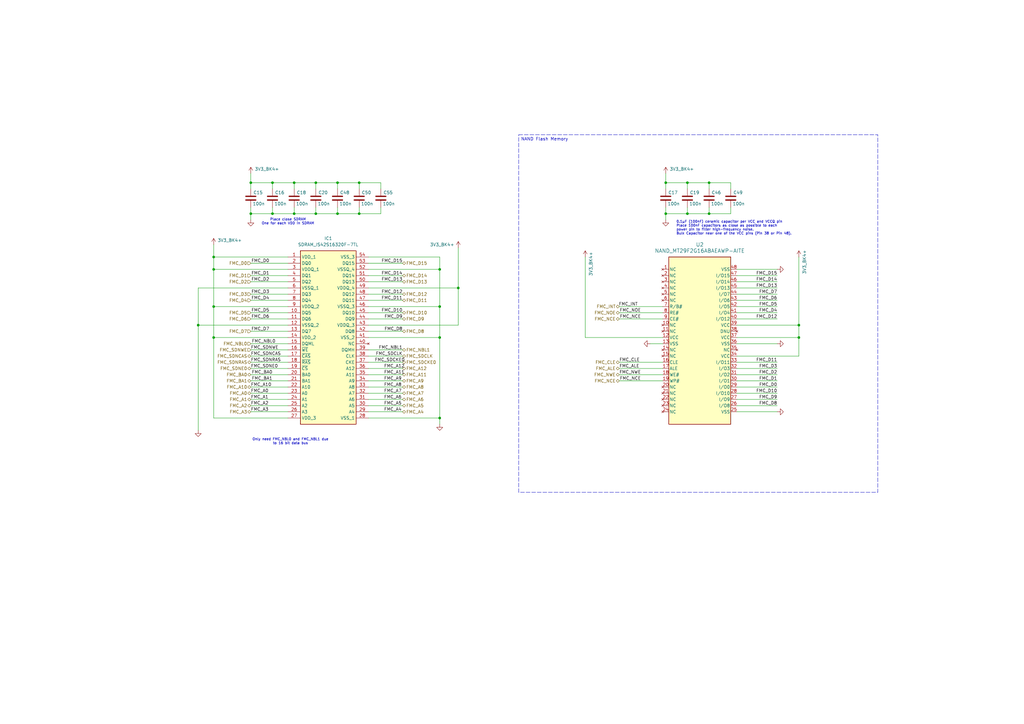
<source format=kicad_sch>
(kicad_sch (version 20231120) (generator "eeschema") (generator_version "8.0")
  (paper "A3")
  (lib_symbols
    (symbol "Device:C" (pin_numbers hide) (pin_names (offset 0.254))
      (property "Reference" "C" (at 0.635 2.54 0))
      (property "Value" "C" (at 0.635 -2.54 0))
      (symbol "C_0_1"
        (polyline (pts (xy -2.032 -0.762) (xy 2.032 -0.762)) (stroke (width 0.508)))
        (polyline (pts (xy -2.032 0.762) (xy 2.032 0.762)) (stroke (width 0.508)))
      )
      (symbol "C_1_1"
        (pin passive line (at 0 3.81 270) (length 2.794) (name "~") (number "1"))
        (pin passive line (at 0 -3.81 90) (length 2.794) (name "~") (number "2"))
      )
    )
    (symbol "Personal_Projects:NAND_MT29F2G16ABAEAWP-AITE.kicad_sym" (pin_names (offset 0.254))
      (property "Reference" "U" (at 16.51 10.16 0))
      (property "Value" "NAND_MT29F2G16ABAEAWP-AITE" (at 15.24 7.62 0))
      (symbol "NAND_MT29F2G16ABAEAWP-AITE.kicad_sym_0_1"
        (polyline (pts (xy 2.54 -63.5) (xy 27.94 -63.5)) (stroke (width 0.127)))
        (polyline (pts (xy 2.54 5.08) (xy 2.54 -63.5)) (stroke (width 0.127)))
        (polyline (pts (xy 27.94 -63.5) (xy 27.94 5.08)) (stroke (width 0.127)))
        (polyline (pts (xy 27.94 5.08) (xy 2.54 5.08)) (stroke (width 0.127)))
        (rectangle (start 2.54 5.08) (end 27.94 -63.5) (stroke (width 0.254)) (fill (type background)))
        (pin no_connect line (at 0 0 0) (length 2.54) (name "NC") (number "1"))
        (pin no_connect line (at 0 -22.86 0) (length 2.54) (name "NC") (number "10"))
        (pin no_connect line (at 0 -25.4 0) (length 2.54) (name "NC") (number "11"))
        (pin power_out line (at 0 -30.48 0) (length 2.54) (name "VSS") (number "13"))
        (pin no_connect line (at 0 -33.02 0) (length 2.54) (name "NC") (number "14"))
        (pin no_connect line (at 0 -35.56 0) (length 2.54) (name "NC") (number "15"))
        (pin input line (at 0 -38.1 0) (length 2.54) (name "CLE") (number "16"))
        (pin input line (at 0 -40.64 0) (length 2.54) (name "ALE") (number "17"))
        (pin input line (at 0 -43.18 0) (length 2.54) (name "WE#") (number "18"))
        (pin input line (at 0 -45.72 0) (length 2.54) (name "WP#") (number "19"))
        (pin no_connect line (at 0 -2.54 0) (length 2.54) (name "NC") (number "2"))
        (pin no_connect line (at 0 -48.26 0) (length 2.54) (name "NC") (number "20"))
        (pin no_connect line (at 0 -50.8 0) (length 2.54) (name "NC") (number "21"))
        (pin no_connect line (at 0 -53.34 0) (length 2.54) (name "NC") (number "22"))
        (pin no_connect line (at 0 -55.88 0) (length 2.54) (name "NC") (number "23"))
        (pin no_connect line (at 0 -58.42 0) (length 2.54) (name "NC") (number "24"))
        (pin power_out line (at 30.48 -58.42 180) (length 2.54) (name "VSS") (number "25"))
        (pin bidirectional line (at 30.48 -55.88 180) (length 2.54) (name "I/O8") (number "26"))
        (pin bidirectional line (at 30.48 -53.34 180) (length 2.54) (name "I/O9") (number "27"))
        (pin bidirectional line (at 30.48 -50.8 180) (length 2.54) (name "I/O10") (number "28"))
        (pin bidirectional line (at 30.48 -48.26 180) (length 2.54) (name "I/O0") (number "29"))
        (pin no_connect line (at 0 -5.08 0) (length 2.54) (name "NC") (number "3"))
        (pin bidirectional line (at 30.48 -45.72 180) (length 2.54) (name "I/O1") (number "30"))
        (pin bidirectional line (at 30.48 -43.18 180) (length 2.54) (name "I/O2") (number "31"))
        (pin bidirectional line (at 30.48 -40.64 180) (length 2.54) (name "I/O3") (number "32"))
        (pin bidirectional line (at 30.48 -38.1 180) (length 2.54) (name "I/O11") (number "33"))
        (pin power_in line (at 30.48 -35.56 180) (length 2.54) (name "VCC") (number "34"))
        (pin no_connect line (at 30.48 -33.02 180) (length 2.54) (name "NC") (number "35"))
        (pin power_out line (at 30.48 -30.48 180) (length 2.54) (name "VSS") (number "36"))
        (pin power_in line (at 30.48 -27.94 180) (length 2.54) (name "VCC") (number "37"))
        (pin no_connect line (at 30.48 -25.4 180) (length 2.54) (name "DNU") (number "38"))
        (pin power_in line (at 30.48 -22.86 180) (length 2.54) (name "VCC") (number "39"))
        (pin no_connect line (at 0 -7.62 0) (length 2.54) (name "NC") (number "4"))
        (pin bidirectional line (at 30.48 -20.32 180) (length 2.54) (name "I/O12") (number "40"))
        (pin bidirectional line (at 30.48 -17.78 180) (length 2.54) (name "I/O4") (number "41"))
        (pin bidirectional line (at 30.48 -15.24 180) (length 2.54) (name "I/O5") (number "42"))
        (pin bidirectional line (at 30.48 -12.7 180) (length 2.54) (name "I/O6") (number "43"))
        (pin bidirectional line (at 30.48 -10.16 180) (length 2.54) (name "I/O7") (number "44"))
        (pin bidirectional line (at 30.48 -7.62 180) (length 2.54) (name "I/O13") (number "45"))
        (pin bidirectional line (at 30.48 -5.08 180) (length 2.54) (name "I/O14") (number "46"))
        (pin bidirectional line (at 30.48 -2.54 180) (length 2.54) (name "I/O15") (number "47"))
        (pin power_out line (at 30.48 0 180) (length 2.54) (name "VSS") (number "48"))
        (pin no_connect line (at 0 -10.16 0) (length 2.54) (name "NC") (number "5"))
        (pin no_connect line (at 0 -12.7 0) (length 2.54) (name "NC") (number "6"))
        (pin output line (at 0 -15.24 0) (length 2.54) (name "R/B#") (number "7"))
        (pin input line (at 0 -17.78 0) (length 2.54) (name "RE#") (number "8"))
        (pin input line (at 0 -20.32 0) (length 2.54) (name "CE#") (number "9"))
      )
      (symbol "NAND_MT29F2G16ABAEAWP-AITE.kicad_sym_1_1"
        (pin power_in line (at 0 -27.94 0) (length 2.54) (name "VCC") (number "12"))
      )
    )
    (symbol "Personal_Projects:SDRAM_IS42S16320F-6TL"
      (property "Reference" "IC" (at 29.21 7.62 0))
      (property "Value" "SDRAM_IS42S16320F-6TL" (at 29.21 5.08 0))
      (symbol "SDRAM_IS42S16320F-6TL_1_1"
        (rectangle (start 5.08 2.54) (end 27.94 -68.58) (stroke (width 0.254)) (fill (type background)))
        (pin passive line (at 0 0 0) (length 5.08) (name "VDD_1") (number "1"))
        (pin passive line (at 0 -22.86 0) (length 5.08) (name "DQ5") (number "10"))
        (pin passive line (at 0 -25.4 0) (length 5.08) (name "DQ6") (number "11"))
        (pin passive line (at 0 -27.94 0) (length 5.08) (name "VSSQ_2") (number "12"))
        (pin passive line (at 0 -30.48 0) (length 5.08) (name "DQ7") (number "13"))
        (pin passive line (at 0 -33.02 0) (length 5.08) (name "VDD_2") (number "14"))
        (pin passive line (at 0 -35.56 0) (length 5.08) (name "DQML") (number "15"))
        (pin passive line (at 0 -38.1 0) (length 5.08) (name "~{WE}") (number "16"))
        (pin passive line (at 0 -40.64 0) (length 5.08) (name "~{CAS}") (number "17"))
        (pin passive line (at 0 -43.18 0) (length 5.08) (name "~{RAS}") (number "18"))
        (pin passive line (at 0 -45.72 0) (length 5.08) (name "~{CS}") (number "19"))
        (pin passive line (at 0 -2.54 0) (length 5.08) (name "DQ0") (number "2"))
        (pin passive line (at 0 -48.26 0) (length 5.08) (name "BA0") (number "20"))
        (pin passive line (at 0 -50.8 0) (length 5.08) (name "BA1") (number "21"))
        (pin passive line (at 0 -53.34 0) (length 5.08) (name "A10") (number "22"))
        (pin passive line (at 0 -55.88 0) (length 5.08) (name "A0") (number "23"))
        (pin passive line (at 0 -58.42 0) (length 5.08) (name "A1") (number "24"))
        (pin passive line (at 0 -60.96 0) (length 5.08) (name "A2") (number "25"))
        (pin passive line (at 0 -63.5 0) (length 5.08) (name "A3") (number "26"))
        (pin passive line (at 0 -66.04 0) (length 5.08) (name "VDD_3") (number "27"))
        (pin passive line (at 33.02 -66.04 180) (length 5.08) (name "VSS_1") (number "28"))
        (pin passive line (at 33.02 -63.5 180) (length 5.08) (name "A4") (number "29"))
        (pin passive line (at 0 -5.08 0) (length 5.08) (name "VDDQ_1") (number "3"))
        (pin passive line (at 33.02 -60.96 180) (length 5.08) (name "A5") (number "30"))
        (pin passive line (at 33.02 -58.42 180) (length 5.08) (name "A6") (number "31"))
        (pin passive line (at 33.02 -55.88 180) (length 5.08) (name "A7") (number "32"))
        (pin passive line (at 33.02 -53.34 180) (length 5.08) (name "A8") (number "33"))
        (pin passive line (at 33.02 -50.8 180) (length 5.08) (name "A9") (number "34"))
        (pin passive line (at 33.02 -48.26 180) (length 5.08) (name "A11") (number "35"))
        (pin passive line (at 33.02 -45.72 180) (length 5.08) (name "A12") (number "36"))
        (pin passive line (at 33.02 -43.18 180) (length 5.08) (name "CKE") (number "37"))
        (pin passive line (at 33.02 -40.64 180) (length 5.08) (name "CLK") (number "38"))
        (pin passive line (at 33.02 -38.1 180) (length 5.08) (name "DQMH") (number "39"))
        (pin passive line (at 0 -7.62 0) (length 5.08) (name "DQ1") (number "4"))
        (pin no_connect line (at 33.02 -35.56 180) (length 5.08) (name "NC") (number "40"))
        (pin passive line (at 33.02 -33.02 180) (length 5.08) (name "VSS_2") (number "41"))
        (pin passive line (at 33.02 -30.48 180) (length 5.08) (name "DQ8") (number "42"))
        (pin passive line (at 33.02 -27.94 180) (length 5.08) (name "VDDQ_3") (number "43"))
        (pin passive line (at 33.02 -25.4 180) (length 5.08) (name "DQ9") (number "44"))
        (pin passive line (at 33.02 -22.86 180) (length 5.08) (name "DQ10") (number "45"))
        (pin passive line (at 33.02 -20.32 180) (length 5.08) (name "VSSQ_3") (number "46"))
        (pin passive line (at 33.02 -17.78 180) (length 5.08) (name "DQ11") (number "47"))
        (pin passive line (at 33.02 -15.24 180) (length 5.08) (name "DQ12") (number "48"))
        (pin passive line (at 33.02 -12.7 180) (length 5.08) (name "VDDQ_4") (number "49"))
        (pin passive line (at 0 -10.16 0) (length 5.08) (name "DQ2") (number "5"))
        (pin passive line (at 33.02 -10.16 180) (length 5.08) (name "DQ13") (number "50"))
        (pin passive line (at 33.02 -7.62 180) (length 5.08) (name "DQ14") (number "51"))
        (pin passive line (at 33.02 -5.08 180) (length 5.08) (name "VSSQ_4") (number "52"))
        (pin passive line (at 33.02 -2.54 180) (length 5.08) (name "DQ15") (number "53"))
        (pin passive line (at 33.02 0 180) (length 5.08) (name "VSS_3") (number "54"))
        (pin passive line (at 0 -12.7 0) (length 5.08) (name "VSSQ_1") (number "6"))
        (pin passive line (at 0 -15.24 0) (length 5.08) (name "DQ3") (number "7"))
        (pin passive line (at 0 -17.78 0) (length 5.08) (name "DQ4") (number "8"))
        (pin passive line (at 0 -20.32 0) (length 5.08) (name "VDDQ_2") (number "9"))
      )
    )
    (symbol "power:+3.3V" (power) (pin_numbers hide) (pin_names (offset 0) hide)
      (property "Value" "+3.3V" (at 0 3.556 0))
      (symbol "+3.3V_0_1"
        (polyline (pts (xy -0.762 1.27) (xy 0 2.54)))
        (polyline (pts (xy 0 0) (xy 0 2.54)))
        (polyline (pts (xy 0 2.54) (xy 0.762 1.27)))
      )
      (symbol "+3.3V_1_1"
        (pin power_in line (at 0 0 90) (length 0) (name "~") (number "1"))
      )
    )
    (symbol "power:GND" (power) (pin_numbers hide) (pin_names (offset 0) hide)
      (property "Value" "GND" (at 0 -3.81 0))
      (symbol "GND_0_1"
        (polyline (pts (xy 0 0) (xy 0 -1.27) (xy 1.27 -1.27) (xy 0 -2.54) (xy -1.27 -1.27) (xy 0 -1.27)))
      )
      (symbol "GND_1_1"
        (pin power_in line (at 0 0 270) (length 0) (name "~") (number "1"))
      )
    )
  )
  (junction (at 87.63 138.43))
  (junction (at 327.66 133.35))
  (junction (at 120.65 74.93))
  (junction (at 281.94 74.93))
  (junction (at 129.54 87.63))
  (junction (at 180.34 110.49))
  (junction (at 111.76 87.63))
  (junction (at 290.83 74.93))
  (junction (at 120.65 87.63))
  (junction (at 273.05 74.93))
  (junction (at 187.96 118.11))
  (junction (at 273.05 87.63))
  (junction (at 138.43 87.63))
  (junction (at 327.66 138.43))
  (junction (at 147.32 74.93))
  (junction (at 290.83 87.63))
  (junction (at 111.76 74.93))
  (junction (at 138.43 74.93))
  (junction (at 102.87 74.93))
  (junction (at 87.63 125.73))
  (junction (at 180.34 138.43))
  (junction (at 102.87 87.63))
  (junction (at 180.34 171.45))
  (junction (at 87.63 110.49))
  (junction (at 180.34 125.73))
  (junction (at 147.32 87.63))
  (junction (at 281.94 87.63))
  (junction (at 81.28 133.35))
  (junction (at 87.63 105.41))
  (junction (at 129.54 74.93))
  (wire (pts (xy 102.87 74.93) (xy 111.76 74.93)))
  (wire (pts (xy 302.26 113.03) (xy 318.77 113.03)))
  (wire (pts (xy 151.13 151.13) (xy 165.1 151.13)))
  (wire (pts (xy 87.63 125.73) (xy 118.11 125.73)))
  (wire (pts (xy 87.63 105.41) (xy 87.63 100.33)))
  (wire (pts (xy 87.63 171.45) (xy 87.63 138.43)))
  (wire (pts (xy 302.26 148.59) (xy 318.77 148.59)))
  (wire (pts (xy 151.13 113.03) (xy 165.1 113.03)))
  (wire (pts (xy 87.63 171.45) (xy 118.11 171.45)))
  (wire (pts (xy 271.78 153.67) (xy 254 153.67)))
  (wire (pts (xy 180.34 171.45) (xy 180.34 173.99)))
  (wire (pts (xy 138.43 74.93) (xy 138.43 77.47)))
  (wire (pts (xy 81.28 133.35) (xy 81.28 176.53)))
  (wire (pts (xy 281.94 87.63) (xy 290.83 87.63)))
  (wire (pts (xy 271.78 140.97) (xy 266.7 140.97)))
  (wire (pts (xy 147.32 74.93) (xy 147.32 77.47)))
  (wire (pts (xy 299.72 85.09) (xy 299.72 87.63)))
  (wire (pts (xy 327.66 146.05) (xy 327.66 138.43)))
  (wire (pts (xy 111.76 87.63) (xy 120.65 87.63)))
  (wire (pts (xy 151.13 130.81) (xy 165.1 130.81)))
  (wire (pts (xy 138.43 74.93) (xy 147.32 74.93)))
  (wire (pts (xy 271.78 128.27) (xy 254 128.27)))
  (wire (pts (xy 302.26 153.67) (xy 318.77 153.67)))
  (wire (pts (xy 129.54 74.93) (xy 129.54 77.47)))
  (wire (pts (xy 151.13 133.35) (xy 187.96 133.35)))
  (wire (pts (xy 302.26 130.81) (xy 318.77 130.81)))
  (wire (pts (xy 102.87 71.12) (xy 102.87 74.93)))
  (wire (pts (xy 151.13 110.49) (xy 180.34 110.49)))
  (wire (pts (xy 273.05 85.09) (xy 273.05 87.63)))
  (wire (pts (xy 118.11 135.89) (xy 102.87 135.89)))
  (wire (pts (xy 118.11 113.03) (xy 102.87 113.03)))
  (wire (pts (xy 302.26 128.27) (xy 318.77 128.27)))
  (wire (pts (xy 102.87 161.29) (xy 118.11 161.29)))
  (wire (pts (xy 273.05 90.17) (xy 273.05 87.63)))
  (wire (pts (xy 81.28 118.11) (xy 118.11 118.11)))
  (wire (pts (xy 151.13 135.89) (xy 165.1 135.89)))
  (wire (pts (xy 81.28 133.35) (xy 118.11 133.35)))
  (wire (pts (xy 151.13 123.19) (xy 165.1 123.19)))
  (wire (pts (xy 156.21 85.09) (xy 156.21 87.63)))
  (wire (pts (xy 151.13 138.43) (xy 180.34 138.43)))
  (wire (pts (xy 302.26 125.73) (xy 318.77 125.73)))
  (wire (pts (xy 180.34 110.49) (xy 180.34 125.73)))
  (wire (pts (xy 138.43 87.63) (xy 147.32 87.63)))
  (wire (pts (xy 302.26 161.29) (xy 318.77 161.29)))
  (wire (pts (xy 151.13 156.21) (xy 165.1 156.21)))
  (wire (pts (xy 151.13 105.41) (xy 180.34 105.41)))
  (wire (pts (xy 327.66 133.35) (xy 327.66 138.43)))
  (wire (pts (xy 151.13 168.91) (xy 165.1 168.91)))
  (wire (pts (xy 302.26 146.05) (xy 327.66 146.05)))
  (wire (pts (xy 118.11 140.97) (xy 102.87 140.97)))
  (wire (pts (xy 290.83 87.63) (xy 299.72 87.63)))
  (wire (pts (xy 302.26 140.97) (xy 318.77 140.97)))
  (wire (pts (xy 151.13 153.67) (xy 165.1 153.67)))
  (wire (pts (xy 290.83 74.93) (xy 290.83 77.47)))
  (wire (pts (xy 187.96 133.35) (xy 187.96 118.11)))
  (wire (pts (xy 102.87 85.09) (xy 102.87 87.63)))
  (wire (pts (xy 271.78 130.81) (xy 254 130.81)))
  (wire (pts (xy 273.05 74.93) (xy 281.94 74.93)))
  (wire (pts (xy 118.11 115.57) (xy 102.87 115.57)))
  (wire (pts (xy 273.05 74.93) (xy 273.05 77.47)))
  (wire (pts (xy 111.76 74.93) (xy 120.65 74.93)))
  (wire (pts (xy 87.63 105.41) (xy 118.11 105.41)))
  (wire (pts (xy 151.13 166.37) (xy 165.1 166.37)))
  (wire (pts (xy 102.87 87.63) (xy 111.76 87.63)))
  (wire (pts (xy 151.13 161.29) (xy 165.1 161.29)))
  (wire (pts (xy 151.13 120.65) (xy 165.1 120.65)))
  (wire (pts (xy 129.54 85.09) (xy 129.54 87.63)))
  (wire (pts (xy 147.32 87.63) (xy 156.21 87.63)))
  (wire (pts (xy 302.26 138.43) (xy 327.66 138.43)))
  (wire (pts (xy 180.34 125.73) (xy 180.34 138.43)))
  (wire (pts (xy 118.11 123.19) (xy 102.87 123.19)))
  (wire (pts (xy 87.63 138.43) (xy 87.63 125.73)))
  (wire (pts (xy 147.32 85.09) (xy 147.32 87.63)))
  (wire (pts (xy 302.26 120.65) (xy 318.77 120.65)))
  (wire (pts (xy 87.63 110.49) (xy 118.11 110.49)))
  (wire (pts (xy 111.76 74.93) (xy 111.76 77.47)))
  (wire (pts (xy 120.65 85.09) (xy 120.65 87.63)))
  (wire (pts (xy 151.13 171.45) (xy 180.34 171.45)))
  (wire (pts (xy 302.26 151.13) (xy 318.77 151.13)))
  (wire (pts (xy 118.11 148.59) (xy 102.87 148.59)))
  (wire (pts (xy 299.72 74.93) (xy 299.72 77.47)))
  (wire (pts (xy 281.94 74.93) (xy 290.83 74.93)))
  (wire (pts (xy 240.03 138.43) (xy 271.78 138.43)))
  (wire (pts (xy 187.96 101.6) (xy 187.96 118.11)))
  (wire (pts (xy 118.11 156.21) (xy 102.87 156.21)))
  (wire (pts (xy 118.11 151.13) (xy 102.87 151.13)))
  (wire (pts (xy 151.13 115.57) (xy 165.1 115.57)))
  (wire (pts (xy 102.87 90.17) (xy 102.87 87.63)))
  (wire (pts (xy 151.13 125.73) (xy 180.34 125.73)))
  (wire (pts (xy 118.11 107.95) (xy 102.87 107.95)))
  (wire (pts (xy 271.78 125.73) (xy 254 125.73)))
  (wire (pts (xy 118.11 158.75) (xy 102.87 158.75)))
  (wire (pts (xy 138.43 85.09) (xy 138.43 87.63)))
  (wire (pts (xy 151.13 163.83) (xy 165.1 163.83)))
  (wire (pts (xy 302.26 123.19) (xy 318.77 123.19)))
  (wire (pts (xy 302.26 133.35) (xy 327.66 133.35)))
  (wire (pts (xy 147.32 74.93) (xy 156.21 74.93)))
  (wire (pts (xy 118.11 163.83) (xy 102.87 163.83)))
  (wire (pts (xy 129.54 87.63) (xy 138.43 87.63)))
  (wire (pts (xy 87.63 125.73) (xy 87.63 110.49)))
  (wire (pts (xy 111.76 85.09) (xy 111.76 87.63)))
  (wire (pts (xy 118.11 120.65) (xy 102.87 120.65)))
  (wire (pts (xy 290.83 85.09) (xy 290.83 87.63)))
  (wire (pts (xy 151.13 143.51) (xy 165.1 143.51)))
  (wire (pts (xy 240.03 138.43) (xy 240.03 105.41)))
  (wire (pts (xy 281.94 85.09) (xy 281.94 87.63)))
  (wire (pts (xy 302.26 156.21) (xy 318.77 156.21)))
  (wire (pts (xy 302.26 168.91) (xy 318.77 168.91)))
  (wire (pts (xy 118.11 168.91) (xy 102.87 168.91)))
  (wire (pts (xy 273.05 87.63) (xy 281.94 87.63)))
  (wire (pts (xy 180.34 138.43) (xy 180.34 171.45)))
  (wire (pts (xy 118.11 166.37) (xy 102.87 166.37)))
  (wire (pts (xy 151.13 128.27) (xy 165.1 128.27)))
  (wire (pts (xy 180.34 105.41) (xy 180.34 110.49)))
  (wire (pts (xy 118.11 128.27) (xy 102.87 128.27)))
  (wire (pts (xy 302.26 166.37) (xy 318.77 166.37)))
  (wire (pts (xy 302.26 110.49) (xy 318.77 110.49)))
  (wire (pts (xy 302.26 118.11) (xy 318.77 118.11)))
  (wire (pts (xy 118.11 153.67) (xy 102.87 153.67)))
  (wire (pts (xy 273.05 71.12) (xy 273.05 74.93)))
  (wire (pts (xy 156.21 74.93) (xy 156.21 77.47)))
  (wire (pts (xy 302.26 158.75) (xy 318.77 158.75)))
  (wire (pts (xy 120.65 87.63) (xy 129.54 87.63)))
  (wire (pts (xy 302.26 163.83) (xy 318.77 163.83)))
  (wire (pts (xy 118.11 146.05) (xy 102.87 146.05)))
  (wire (pts (xy 151.13 146.05) (xy 165.1 146.05)))
  (wire (pts (xy 102.87 74.93) (xy 102.87 77.47)))
  (wire (pts (xy 118.11 143.51) (xy 102.87 143.51)))
  (wire (pts (xy 129.54 74.93) (xy 138.43 74.93)))
  (wire (pts (xy 271.78 151.13) (xy 254 151.13)))
  (wire (pts (xy 120.65 74.93) (xy 129.54 74.93)))
  (wire (pts (xy 151.13 158.75) (xy 165.1 158.75)))
  (wire (pts (xy 120.65 74.93) (xy 120.65 77.47)))
  (wire (pts (xy 151.13 107.95) (xy 165.1 107.95)))
  (wire (pts (xy 87.63 110.49) (xy 87.63 105.41)))
  (wire (pts (xy 151.13 118.11) (xy 187.96 118.11)))
  (wire (pts (xy 87.63 138.43) (xy 118.11 138.43)))
  (wire (pts (xy 302.26 115.57) (xy 318.77 115.57)))
  (wire (pts (xy 327.66 105.41) (xy 327.66 133.35)))
  (wire (pts (xy 151.13 148.59) (xy 165.1 148.59)))
  (wire (pts (xy 290.83 74.93) (xy 299.72 74.93)))
  (wire (pts (xy 281.94 74.93) (xy 281.94 77.47)))
  (wire (pts (xy 118.11 130.81) (xy 102.87 130.81)))
  (wire (pts (xy 271.78 156.21) (xy 254 156.21)))
  (wire (pts (xy 271.78 148.59) (xy 254 148.59)))
  (wire (pts (xy 81.28 118.11) (xy 81.28 133.35)))
  (text_box "NAND Flash Memory" (at 212.725 55.245 0) (size 147.32 146.685) (stroke (width 0) (type dash)) (effects (font (size 1.27 1.27)) (justify left top)))
  (text "0.1µF (100nF) ceramic capacitor per VCC and VCCQ pin\nPlace 100nF capacitors as close as possible to each \npower pin to filter high-frequency noise.\nBulk Capacitor near one of the VCC pins (Pin 38 or Pin 48)." (at 277.368 93.472 0) (effects (font (size 1 1)) (justify left)))
  (text "Place close SDRAM\nOne for each VDD in SDRAM" (at 118.11 90.932 0) (effects (font (size 1 1))))
  (text "Only need FMC_NBL0 and FMC_NBL1 due\nto 16 bit data bus" (at 119.126 181.102 0) (effects (font (size 1 1))))
  (label "FMC_D5" (at 110.49 128.27 180))
  (label "FMC_NBL0" (at 113.03 140.97 180))
  (label "FMC_A11" (at 157.48 153.67 0))
  (label "FMC_D15" (at 318.77 113.03 180))
  (label "FMC_A12" (at 157.48 151.13 0))
  (label "FMC_D7" (at 110.49 135.89 180))
  (label "FMC_A8" (at 157.48 158.75 0))
  (label "FMC_D6" (at 318.77 123.19 180))
  (label "FMC_SDNWE" (at 102.87 143.51 0))
  (label "FMC_D1" (at 110.49 113.03 180))
  (label "FMC_D12" (at 318.77 130.81 180))
  (label "FMC_D7" (at 318.77 120.65 180))
  (label "FMC_D4" (at 318.77 128.27 180))
  (label "FMC_D14" (at 165.1 113.03 180))
  (label "FMC_D10" (at 318.77 161.29 180))
  (label "FMC_D12" (at 165.1 120.65 180))
  (label "FMC_A10" (at 102.87 158.75 0))
  (label "FMC_ALE" (at 254 151.13 0))
  (label "FMC_BA1" (at 111.76 156.21 180))
  (label "FMC_A6" (at 157.48 163.83 0))
  (label "FMC_D13" (at 165.1 115.57 180))
  (label "FMC_D11" (at 318.77 148.59 180))
  (label "FMC_D10" (at 165.1 128.27 180))
  (label "FMC_NBL1" (at 165.1 143.51 180))
  (label "FMC_NOE" (at 262.89 128.27 180))
  (label "FMC_D5" (at 318.77 125.73 180))
  (label "FMC_A9" (at 157.48 156.21 0))
  (label "FMC_D14" (at 318.77 115.57 180))
  (label "FMC_D3" (at 318.77 151.13 180))
  (label "FMC_D6" (at 110.49 130.81 180))
  (label "FMC_D9" (at 165.1 130.81 180))
  (label "FMC_A3" (at 102.87 168.91 0))
  (label "FMC_D11" (at 165.1 123.19 180))
  (label "FMC_A2" (at 102.87 166.37 0))
  (label "FMC_SDNRAS" (at 102.87 148.59 0))
  (label "FMC_D0" (at 110.49 107.95 180))
  (label "FMC_D3" (at 110.49 120.65 180))
  (label "FMC_A4" (at 157.48 168.91 0))
  (label "FMC_D15" (at 165.1 107.95 180))
  (label "FMC_BA0" (at 111.76 153.67 180))
  (label "FMC_D13" (at 318.77 118.11 180))
  (label "FMC_D8" (at 318.77 166.37 180))
  (label "FMC_D2" (at 318.77 153.67 180))
  (label "FMC_CLE" (at 254 148.59 0))
  (label "FMC_SDNE0" (at 102.87 151.13 0))
  (label "FMC_D9" (at 318.77 163.83 180))
  (label "FMC_NCE" (at 262.89 156.21 180))
  (label "FMC_D4" (at 110.49 123.19 180))
  (label "FMC_NWE" (at 262.89 153.67 180))
  (label "FMC_SDCKE0" (at 153.67 148.59 0))
  (label "FMC_A7" (at 157.48 161.29 0))
  (label "FMC_SDNCAS" (at 102.87 146.05 0))
  (label "FMC_D2" (at 110.49 115.57 180))
  (label "FMC_A1" (at 102.87 163.83 0))
  (label "FMC_SDCLK" (at 165.1 146.05 180))
  (label "FMC_NCE" (at 262.89 130.81 180))
  (label "FMC_A5" (at 157.48 166.37 0))
  (label "FMC_INT" (at 261.62 125.73 180))
  (label "FMC_D1" (at 318.77 156.21 180))
  (label "FMC_A0" (at 102.87 161.29 0))
  (label "FMC_D8" (at 165.1 135.89 180))
  (label "FMC_D0" (at 318.77 158.75 180))
  (hierarchical_label "FMC_A8" (shape bidirectional) (at 165.1 158.75 0))
  (hierarchical_label "FMC_NOE" (shape bidirectional) (at 254 128.27 180))
  (hierarchical_label "FMC_SDNE0" (shape bidirectional) (at 102.87 151.13 180))
  (hierarchical_label "FMC_D7" (shape input) (at 102.87 135.89 180))
  (hierarchical_label "FMC_A9" (shape bidirectional) (at 165.1 156.21 0))
  (hierarchical_label "FMC_A4" (shape bidirectional) (at 165.1 168.91 0))
  (hierarchical_label "FMC_A1" (shape bidirectional) (at 102.87 163.83 180))
  (hierarchical_label "FMC_SDCLK" (shape bidirectional) (at 165.1 146.05 0))
  (hierarchical_label "FMC_D11" (shape bidirectional) (at 165.1 123.19 0))
  (hierarchical_label "FMC_A2" (shape bidirectional) (at 102.87 166.37 180))
  (hierarchical_label "FMC_D3" (shape input) (at 102.87 120.65 180))
  (hierarchical_label "FMC_A10" (shape bidirectional) (at 102.87 158.75 180))
  (hierarchical_label "FMC_D0" (shape input) (at 102.87 107.95 180))
  (hierarchical_label "FMC_D1" (shape input) (at 102.87 113.03 180))
  (hierarchical_label "FMC_A7" (shape bidirectional) (at 165.1 161.29 0))
  (hierarchical_label "FMC_D13" (shape bidirectional) (at 165.1 115.57 0))
  (hierarchical_label "FMC_D10" (shape bidirectional) (at 165.1 128.27 0))
  (hierarchical_label "FMC_D6" (shape input) (at 102.87 130.81 180))
  (hierarchical_label "FMC_D5" (shape input) (at 102.87 128.27 180))
  (hierarchical_label "FMC_NWE" (shape bidirectional) (at 254 153.67 180))
  (hierarchical_label "FMC_SDCKE0" (shape bidirectional) (at 165.1 148.59 0))
  (hierarchical_label "FMC_SDNCAS" (shape bidirectional) (at 102.87 146.05 180))
  (hierarchical_label "FMC_ALE" (shape bidirectional) (at 254 151.13 180))
  (hierarchical_label "FMC_NCE" (shape bidirectional) (at 254 156.21 180))
  (hierarchical_label "FMC_INT" (shape bidirectional) (at 254 125.73 180))
  (hierarchical_label "FMC_A0" (shape bidirectional) (at 102.87 161.29 180))
  (hierarchical_label "FMC_A6" (shape bidirectional) (at 165.1 163.83 0))
  (hierarchical_label "FMC_D9" (shape bidirectional) (at 165.1 130.81 0))
  (hierarchical_label "FMC_NCE" (shape bidirectional) (at 254 130.81 180))
  (hierarchical_label "FMC_D2" (shape input) (at 102.87 115.57 180))
  (hierarchical_label "FMC_D8" (shape bidirectional) (at 165.1 135.89 0))
  (hierarchical_label "FMC_SDNWE" (shape input) (at 102.87 143.51 180))
  (hierarchical_label "FMC_NBL0" (shape input) (at 102.87 140.97 180))
  (hierarchical_label "FMC_A11" (shape bidirectional) (at 165.1 153.67 0))
  (hierarchical_label "FMC_D15" (shape bidirectional) (at 165.1 107.95 0))
  (hierarchical_label "FMC_NBL1" (shape bidirectional) (at 165.1 143.51 0))
  (hierarchical_label "FMC_A3" (shape bidirectional) (at 102.87 168.91 180))
  (hierarchical_label "FMC_A12" (shape bidirectional) (at 165.1 151.13 0))
  (hierarchical_label "FMC_D14" (shape bidirectional) (at 165.1 113.03 0))
  (hierarchical_label "FMC_D4" (shape input) (at 102.87 123.19 180))
  (hierarchical_label "FMC_D12" (shape bidirectional) (at 165.1 120.65 0))
  (hierarchical_label "FMC_A5" (shape bidirectional) (at 165.1 166.37 0))
  (hierarchical_label "FMC_SDNRAS" (shape bidirectional) (at 102.87 148.59 180))
  (hierarchical_label "FMC_CLE" (shape bidirectional) (at 254 148.59 180))
  (hierarchical_label "FMC_BA1" (shape bidirectional) (at 102.87 156.21 180))
  (hierarchical_label "FMC_BA0" (shape bidirectional) (at 102.87 153.67 180))
  (symbol (lib_id "Device:C") (at 281.94 81.28 0) (unit 1)
    (property "Reference" "C19" (at 282.956 78.994 0) (effects (justify left)))
    (property "Value" "100n" (at 282.702 83.566 0) (effects (justify left)))
    (property "Footprint" "Capacitor_SMD:C_0805_2012Metric" (effects (hide yes)))
    (property "Description" "Unpolarized capacitor" (effects (hide yes)))
  )
  (symbol (lib_id "power:+3.3V") (at 273.05 71.12 0) (mirror y) (unit 1)
    (property "Reference" "#PWR072" (effects (hide yes)))
    (property "Value" "3V3_BK4+" (at 279.654 69.342 0))
    (property "Description" "Power symbol creates a global label with name \"+3.3V\"" (effects (hide yes)))
  )
  (symbol (lib_id "power:GND") (at 81.28 176.53 0) (mirror y) (unit 1)
    (property "Reference" "#PWR064" (effects (hide yes)))
    (property "Value" "GND" (effects (hide yes)))
    (property "Description" "Power symbol creates a global label with name \"GND\" , ground" (effects (hide yes)))
  )
  (symbol (lib_id "Device:C") (at 147.32 81.28 0) (unit 1)
    (property "Reference" "C50" (at 148.336 78.994 0) (effects (justify left)))
    (property "Value" "100n" (at 148.082 83.566 0) (effects (justify left)))
    (property "Footprint" "Capacitor_SMD:C_0805_2012Metric" (effects (hide yes)))
    (property "Description" "Unpolarized capacitor" (effects (hide yes)))
  )
  (symbol (lib_id "Device:C") (at 299.72 81.28 0) (unit 1)
    (property "Reference" "C49" (at 300.736 78.994 0) (effects (justify left)))
    (property "Value" "100n" (at 300.482 83.566 0) (effects (justify left)))
    (property "Footprint" "Capacitor_SMD:C_0805_2012Metric" (effects (hide yes)))
    (property "Description" "Unpolarized capacitor" (effects (hide yes)))
  )
  (symbol (lib_id "Device:C") (at 111.76 81.28 0) (unit 1)
    (property "Reference" "C16" (at 112.776 78.994 0) (effects (justify left)))
    (property "Value" "100n" (at 112.522 83.566 0) (effects (justify left)))
    (property "Footprint" "Capacitor_SMD:C_0805_2012Metric" (effects (hide yes)))
    (property "Description" "Unpolarized capacitor" (effects (hide yes)))
  )
  (symbol (lib_id "Device:C") (at 156.21 81.28 0) (unit 1)
    (property "Reference" "C55" (at 157.226 78.994 0) (effects (justify left)))
    (property "Value" "100n" (at 156.972 83.566 0) (effects (justify left)))
    (property "Footprint" "Capacitor_SMD:C_0805_2012Metric" (effects (hide yes)))
    (property "Description" "Unpolarized capacitor" (effects (hide yes)))
  )
  (symbol (lib_id "power:+3.3V") (at 240.03 105.41 0) (mirror y) (unit 1)
    (property "Reference" "#PWR065" (effects (hide yes)))
    (property "Value" "3V3_BK4+" (at 242.316 108.204 90))
    (property "Description" "Power symbol creates a global label with name \"+3.3V\"" (effects (hide yes)))
  )
  (symbol (lib_id "power:GND") (at 273.05 90.17 0) (mirror y) (unit 1)
    (property "Reference" "#PWR073" (effects (hide yes)))
    (property "Value" "GND" (effects (hide yes)))
    (property "Description" "Power symbol creates a global label with name \"GND\" , ground" (effects (hide yes)))
  )
  (symbol (lib_id "power:+3.3V") (at 102.87 71.12 0) (mirror y) (unit 1)
    (property "Reference" "#PWR070" (effects (hide yes)))
    (property "Value" "3V3_BK4+" (at 109.474 69.342 0))
    (property "Description" "Power symbol creates a global label with name \"+3.3V\"" (effects (hide yes)))
  )
  (symbol (lib_id "Device:C") (at 102.87 81.28 0) (unit 1)
    (property "Reference" "C15" (at 103.886 78.994 0) (effects (justify left)))
    (property "Value" "100n" (at 103.632 83.566 0) (effects (justify left)))
    (property "Footprint" "Capacitor_SMD:C_0805_2012Metric" (effects (hide yes)))
    (property "Description" "Unpolarized capacitor" (effects (hide yes)))
  )
  (symbol (lib_id "power:+3.3V") (at 327.66 105.41 0) (mirror y) (unit 1)
    (property "Reference" "#PWR077" (effects (hide yes)))
    (property "Value" "3V3_BK4+" (at 329.946 107.442 90))
    (property "Description" "Power symbol creates a global label with name \"+3.3V\"" (effects (hide yes)))
  )
  (symbol (lib_id "power:GND") (at 318.77 140.97 90) (mirror x) (unit 1)
    (property "Reference" "#PWR075" (effects (hide yes)))
    (property "Value" "GND" (effects (hide yes)))
    (property "Description" "Power symbol creates a global label with name \"GND\" , ground" (effects (hide yes)))
  )
  (symbol (lib_id "power:GND") (at 318.77 168.91 90) (mirror x) (unit 1)
    (property "Reference" "#PWR076" (effects (hide yes)))
    (property "Value" "GND" (effects (hide yes)))
    (property "Description" "Power symbol creates a global label with name \"GND\" , ground" (effects (hide yes)))
  )
  (symbol (lib_id "Device:C") (at 273.05 81.28 0) (unit 1)
    (property "Reference" "C17" (at 274.066 78.994 0) (effects (justify left)))
    (property "Value" "100n" (at 273.812 83.566 0) (effects (justify left)))
    (property "Footprint" "Capacitor_SMD:C_0805_2012Metric" (effects (hide yes)))
    (property "Description" "Unpolarized capacitor" (effects (hide yes)))
  )
  (symbol (lib_id "Device:C") (at 138.43 81.28 0) (unit 1)
    (property "Reference" "C48" (at 139.446 78.994 0) (effects (justify left)))
    (property "Value" "100n" (at 139.192 83.566 0) (effects (justify left)))
    (property "Footprint" "Capacitor_SMD:C_0805_2012Metric" (effects (hide yes)))
    (property "Description" "Unpolarized capacitor" (effects (hide yes)))
  )
  (symbol (lib_id "Device:C") (at 120.65 81.28 0) (unit 1)
    (property "Reference" "C18" (at 121.666 78.994 0) (effects (justify left)))
    (property "Value" "100n" (at 121.412 83.566 0) (effects (justify left)))
    (property "Footprint" "Capacitor_SMD:C_0805_2012Metric" (effects (hide yes)))
    (property "Description" "Unpolarized capacitor" (effects (hide yes)))
  )
  (symbol (lib_id "power:GND") (at 318.77 110.49 90) (mirror x) (unit 1)
    (property "Reference" "#PWR074" (effects (hide yes)))
    (property "Value" "GND" (effects (hide yes)))
    (property "Description" "Power symbol creates a global label with name \"GND\" , ground" (effects (hide yes)))
  )
  (symbol (lib_id "power:+3.3V") (at 87.63 100.33 0) (mirror y) (unit 1)
    (property "Reference" "#PWR068" (effects (hide yes)))
    (property "Value" "3V3_BK4+" (at 94.234 98.552 0))
    (property "Description" "Power symbol creates a global label with name \"+3.3V\"" (effects (hide yes)))
  )
  (symbol (lib_id "Device:C") (at 290.83 81.28 0) (unit 1)
    (property "Reference" "C46" (at 291.846 78.994 0) (effects (justify left)))
    (property "Value" "100n" (at 291.592 83.566 0) (effects (justify left)))
    (property "Footprint" "Capacitor_SMD:C_0805_2012Metric" (effects (hide yes)))
    (property "Description" "Unpolarized capacitor" (effects (hide yes)))
  )
  (symbol (lib_id "Personal_Projects:NAND_MT29F2G16ABAEAWP-AITE.kicad_sym") (at 271.78 110.49 0) (unit 1)
    (property "Reference" "U2" (at 287.02 100.33 0) (effects (font (size 1.524 1.524))))
    (property "Value" "NAND_MT29F2G16ABAEAWP-AITE" (at 287.02 102.87 0) (effects (font (size 1.524 1.524))))
    (property "Footprint" "Personal_Project:NAND_MT29F2G16ABAEAWP-AITE_TSOP-I-48_18.4x12mm_P0.5mmNA" (effects (hide yes)))
    (property "Datasheet" "MT29F2G16ABAEAWP-AIT:E" (effects (hide yes)))
  )
  (symbol (lib_id "power:+3.3V") (at 187.96 101.6 0) (mirror y) (unit 1)
    (property "Reference" "#PWR079" (effects (hide yes)))
    (property "Value" "3V3_BK4+" (at 181.356 100.33 0))
    (property "Description" "Power symbol creates a global label with name \"+3.3V\"" (effects (hide yes)))
  )
  (symbol (lib_id "power:GND") (at 266.7 140.97 270) (mirror x) (unit 1)
    (property "Reference" "#PWR069" (effects (hide yes)))
    (property "Value" "GND" (effects (hide yes)))
    (property "Description" "Power symbol creates a global label with name \"GND\" , ground" (effects (hide yes)))
  )
  (symbol (lib_id "Personal_Projects:SDRAM_IS42S16320F-6TL") (at 118.11 105.41 0) (unit 1)
    (property "Reference" "IC1" (at 134.62 97.79 0))
    (property "Value" "SDRAM_IS42S16320F-7TL" (at 134.62 100.33 0))
    (property "Footprint" "Personal_Project:SDRAM_IS42S16320F-6TL" (effects (hide yes)))
    (property "Datasheet" "http://www.issi.com/WW/pdf/42-45R-S_86400F-16320F.pdf" (effects (hide yes)))
    (property "Description" "DRAM 512M, 3.3V, SDRAM, 32Mx16, 166MHz, 54 pin TSOP II (400 mil) RoHS" (effects (hide yes)))
    (property "Height" "1.2" (effects (hide yes)))
    (property "Mouser Part Number" "870-42S16320F6TL" (effects (hide yes)))
    (property "Mouser Price/Stock" "https://www.mouser.co.uk/ProductDetail/ISSI/IS42S16320F-6TL?qs=N2Tevpb%252BvoZt27KFhoNVKQ%3D%3D" (effects (hide yes)))
    (property "Manufacturer_Name" "Integrated Silicon Solution Inc." (effects (hide yes)))
    (property "Manufacturer_Part_Number" "IS42S16320F-6TL" (effects (hide yes)))
  )
  (symbol (lib_id "Device:C") (at 129.54 81.28 0) (unit 1)
    (property "Reference" "C20" (at 130.556 78.994 0) (effects (justify left)))
    (property "Value" "100n" (at 130.302 83.566 0) (effects (justify left)))
    (property "Footprint" "Capacitor_SMD:C_0805_2012Metric" (effects (hide yes)))
    (property "Description" "Unpolarized capacitor" (effects (hide yes)))
  )
  (symbol (lib_id "power:GND") (at 180.34 173.99 0) (mirror y) (unit 1)
    (property "Reference" "#PWR078" (effects (hide yes)))
    (property "Value" "GND" (effects (hide yes)))
    (property "Description" "Power symbol creates a global label with name \"GND\" , ground" (effects (hide yes)))
  )
  (symbol (lib_id "power:GND") (at 102.87 90.17 0) (mirror y) (unit 1)
    (property "Reference" "#PWR071" (effects (hide yes)))
    (property "Value" "GND" (effects (hide yes)))
    (property "Description" "Power symbol creates a global label with name \"GND\" , ground" (effects (hide yes)))
  )
)
</source>
